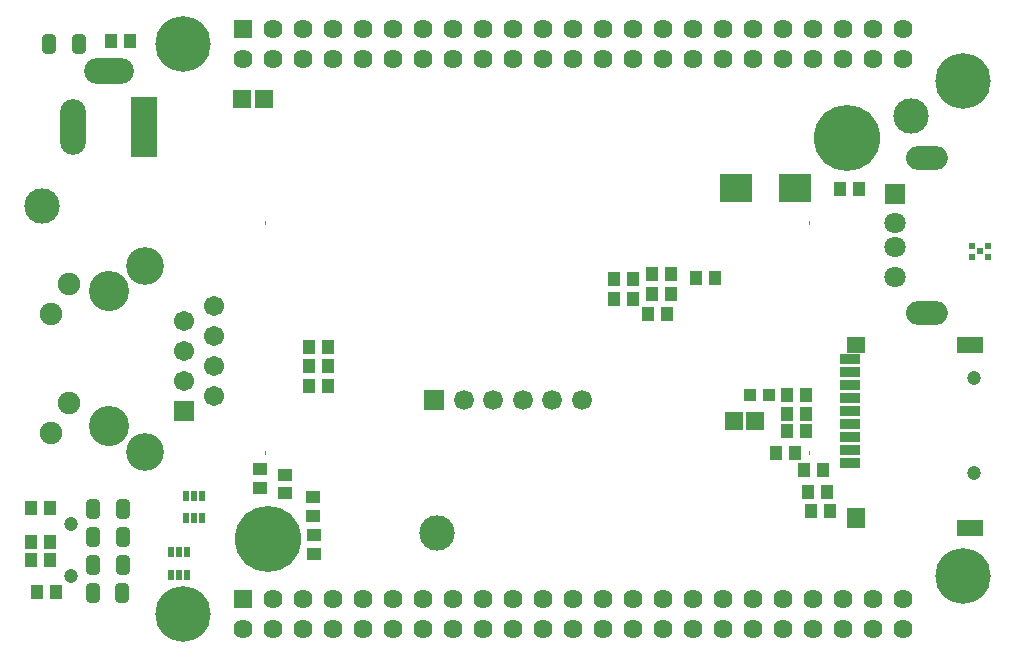
<source format=gbs>
%FSLAX43Y43*%
%MOMM*%
G71*
G01*
G75*
G04 Layer_Color=16711935*
%ADD10C,0.254*%
%ADD11C,0.200*%
%ADD12C,0.200*%
%ADD13R,1.000X0.900*%
%ADD14R,1.890X1.570*%
%ADD15O,0.400X1.600*%
%ADD16R,0.400X1.600*%
%ADD17R,0.800X0.800*%
%ADD18R,0.600X1.700*%
%ADD19R,1.000X1.000*%
%ADD20R,2.400X0.950*%
%ADD21R,2.400X3.300*%
%ADD22R,0.900X1.000*%
%ADD23R,0.914X0.813*%
%ADD24R,1.200X0.250*%
%ADD25R,2.000X1.450*%
%ADD26R,0.813X0.914*%
%ADD27O,1.200X0.250*%
%ADD28R,1.300X1.400*%
%ADD29R,1.650X0.300*%
%ADD30C,1.000*%
%ADD31R,3.000X1.500*%
%ADD32R,2.300X0.500*%
%ADD33C,0.350*%
%ADD34C,0.400*%
%ADD35C,1.000*%
%ADD36C,0.508*%
%ADD37C,0.800*%
%ADD38C,0.500*%
%ADD39C,0.305*%
%ADD40C,0.300*%
%ADD41R,1.700X2.100*%
%ADD42C,1.420*%
%ADD43R,1.420X1.420*%
%ADD44O,2.000X4.500*%
%ADD45R,2.000X5.000*%
%ADD46O,4.000X2.000*%
%ADD47C,1.700*%
%ADD48C,1.500*%
%ADD49R,1.500X1.500*%
%ADD50C,3.200*%
%ADD51C,3.000*%
%ADD52R,1.480X1.480*%
%ADD53C,1.480*%
%ADD54C,5.500*%
%ADD55C,4.500*%
%ADD56O,3.340X1.800*%
%ADD57R,1.600X1.600*%
%ADD58C,1.600*%
%ADD59C,0.800*%
%ADD60C,0.400*%
G04:AMPARAMS|DCode=61|XSize=1mm|YSize=1.5mm|CornerRadius=0.25mm|HoleSize=0mm|Usage=FLASHONLY|Rotation=180.000|XOffset=0mm|YOffset=0mm|HoleType=Round|Shape=RoundedRectangle|*
%AMROUNDEDRECTD61*
21,1,1.000,1.000,0,0,180.0*
21,1,0.500,1.500,0,0,180.0*
1,1,0.500,-0.250,0.500*
1,1,0.500,0.250,0.500*
1,1,0.500,0.250,-0.500*
1,1,0.500,-0.250,-0.500*
%
%ADD61ROUNDEDRECTD61*%
%ADD62R,2.200X1.200*%
%ADD63R,1.600X0.700*%
%ADD64R,1.400X1.200*%
%ADD65R,1.400X1.600*%
%ADD66R,0.400X0.650*%
%ADD67R,2.600X2.200*%
%ADD68R,1.700X1.600*%
%ADD69C,0.250*%
%ADD70C,0.100*%
%ADD71R,1.203X1.103*%
%ADD72R,2.093X1.773*%
%ADD73O,0.603X1.803*%
%ADD74R,0.603X1.803*%
%ADD75R,1.003X1.003*%
%ADD76R,0.803X1.903*%
%ADD77R,1.203X1.203*%
%ADD78R,2.603X1.153*%
%ADD79R,2.603X3.503*%
%ADD80R,1.103X1.203*%
%ADD81R,1.118X1.016*%
%ADD82R,1.240X0.290*%
%ADD83R,2.040X1.490*%
%ADD84R,1.016X1.118*%
%ADD85O,1.300X0.350*%
%ADD86R,1.503X1.603*%
%ADD87R,1.853X0.503*%
%ADD88C,3.000*%
%ADD89R,3.203X1.703*%
%ADD90R,2.503X0.703*%
%ADD91C,1.623*%
%ADD92R,1.623X1.623*%
%ADD93O,2.203X4.703*%
%ADD94R,2.203X5.203*%
%ADD95O,4.203X2.203*%
%ADD96C,1.903*%
%ADD97C,1.703*%
%ADD98R,1.703X1.703*%
%ADD99C,3.403*%
%ADD100C,3.203*%
%ADD101R,1.683X1.683*%
%ADD102C,1.683*%
%ADD103C,1.203*%
%ADD104C,5.600*%
%ADD105R,0.040X0.290*%
%ADD106C,4.703*%
%ADD107O,3.543X2.003*%
%ADD108R,1.803X1.803*%
%ADD109C,1.803*%
%ADD110C,0.603*%
G04:AMPARAMS|DCode=111|XSize=1.203mm|YSize=1.703mm|CornerRadius=0.352mm|HoleSize=0mm|Usage=FLASHONLY|Rotation=180.000|XOffset=0mm|YOffset=0mm|HoleType=Round|Shape=RoundedRectangle|*
%AMROUNDEDRECTD111*
21,1,1.203,1.000,0,0,180.0*
21,1,0.500,1.703,0,0,180.0*
1,1,0.703,-0.250,0.500*
1,1,0.703,0.250,0.500*
1,1,0.703,0.250,-0.500*
1,1,0.703,-0.250,-0.500*
%
%ADD111ROUNDEDRECTD111*%
%ADD112R,2.327X1.327*%
%ADD113R,1.727X0.827*%
%ADD114R,1.728X0.828*%
%ADD115R,1.527X1.327*%
%ADD116R,1.527X1.727*%
%ADD117R,0.603X0.853*%
%ADD118R,2.803X2.403*%
D71*
X83725Y70525D02*
D03*
Y68925D02*
D03*
X85877Y70066D02*
D03*
Y68466D02*
D03*
X88189Y68161D02*
D03*
Y66561D02*
D03*
X88265Y64910D02*
D03*
Y63310D02*
D03*
D80*
X132800Y94200D02*
D03*
X134400D02*
D03*
X129911Y75218D02*
D03*
X128311D02*
D03*
X129911Y73718D02*
D03*
X128311D02*
D03*
X129011Y71918D02*
D03*
X127411D02*
D03*
X131411Y70418D02*
D03*
X129811D02*
D03*
X131711Y68618D02*
D03*
X130111D02*
D03*
X65951Y67208D02*
D03*
X64351D02*
D03*
X65951Y64313D02*
D03*
X64351D02*
D03*
X66408Y60147D02*
D03*
X64808D02*
D03*
X65951Y62840D02*
D03*
X64351D02*
D03*
X71133Y106756D02*
D03*
X72733D02*
D03*
X132011Y67018D02*
D03*
X130411D02*
D03*
X129911Y76818D02*
D03*
X128311D02*
D03*
X115311Y86618D02*
D03*
X113711D02*
D03*
X118511Y87018D02*
D03*
X116911D02*
D03*
X122211Y86718D02*
D03*
X120611D02*
D03*
X115311Y84918D02*
D03*
X113711D02*
D03*
X118511Y85318D02*
D03*
X116911D02*
D03*
X118211Y83618D02*
D03*
X116611D02*
D03*
X87846Y80874D02*
D03*
X89446D02*
D03*
X87871Y79223D02*
D03*
X89471D02*
D03*
X87871Y77597D02*
D03*
X89471D02*
D03*
D84*
X125224Y76818D02*
D03*
X126798D02*
D03*
D86*
X123811Y74618D02*
D03*
X125611D02*
D03*
X84034Y101829D02*
D03*
X82234D02*
D03*
D88*
X138862Y100406D02*
D03*
X98730Y65126D02*
D03*
X65253Y92837D02*
D03*
D91*
X138176Y105283D02*
D03*
X135636D02*
D03*
X133096D02*
D03*
X130556D02*
D03*
X128016D02*
D03*
X125476D02*
D03*
X122936D02*
D03*
X120396D02*
D03*
X117856D02*
D03*
X115316D02*
D03*
X112776D02*
D03*
X110236D02*
D03*
X107696D02*
D03*
X105156D02*
D03*
X102616D02*
D03*
X100076D02*
D03*
X97536D02*
D03*
X94996D02*
D03*
X92456D02*
D03*
X89916D02*
D03*
X87376D02*
D03*
X84836D02*
D03*
X82296D02*
D03*
X138176Y107823D02*
D03*
X135636D02*
D03*
X133096D02*
D03*
X130556D02*
D03*
X128016D02*
D03*
X125476D02*
D03*
X122936D02*
D03*
X120396D02*
D03*
X117856D02*
D03*
X115316D02*
D03*
X112776D02*
D03*
X110236D02*
D03*
X107696D02*
D03*
X105156D02*
D03*
X102616D02*
D03*
X100076D02*
D03*
X97536D02*
D03*
X94996D02*
D03*
X92456D02*
D03*
X89916D02*
D03*
X87376D02*
D03*
X84836D02*
D03*
Y59563D02*
D03*
X87376D02*
D03*
X89916D02*
D03*
X92456D02*
D03*
X94996D02*
D03*
X97536D02*
D03*
X100076D02*
D03*
X102616D02*
D03*
X105156D02*
D03*
X107696D02*
D03*
X110236D02*
D03*
X112776D02*
D03*
X115316D02*
D03*
X117856D02*
D03*
X120396D02*
D03*
X122936D02*
D03*
X125476D02*
D03*
X128016D02*
D03*
X130556D02*
D03*
X133096D02*
D03*
X135636D02*
D03*
X138176D02*
D03*
X82296Y57023D02*
D03*
X84836D02*
D03*
X87376D02*
D03*
X89916D02*
D03*
X92456D02*
D03*
X94996D02*
D03*
X97536D02*
D03*
X100076D02*
D03*
X102616D02*
D03*
X105156D02*
D03*
X107696D02*
D03*
X110236D02*
D03*
X112776D02*
D03*
X115316D02*
D03*
X117856D02*
D03*
X120396D02*
D03*
X122936D02*
D03*
X125476D02*
D03*
X128016D02*
D03*
X130556D02*
D03*
X133096D02*
D03*
X135636D02*
D03*
X138176D02*
D03*
D92*
X82296Y107823D02*
D03*
Y59563D02*
D03*
D93*
X67914Y99517D02*
D03*
D94*
X73914D02*
D03*
D95*
X70914Y104217D02*
D03*
D96*
X66036Y83663D02*
D03*
X67556Y76093D02*
D03*
X66036Y73553D02*
D03*
X67556Y86203D02*
D03*
D97*
X79826Y76703D02*
D03*
X77286Y77973D02*
D03*
X79826Y79243D02*
D03*
X77286Y80513D02*
D03*
X79826Y81783D02*
D03*
X77286Y83053D02*
D03*
X79826Y84323D02*
D03*
D98*
X77286Y75433D02*
D03*
D99*
X70936Y85593D02*
D03*
Y74163D02*
D03*
D100*
X73986Y72003D02*
D03*
Y87753D02*
D03*
D101*
X98461Y76418D02*
D03*
D102*
X100961D02*
D03*
X103461D02*
D03*
X105961D02*
D03*
X108461D02*
D03*
X110961D02*
D03*
D103*
X144211Y70218D02*
D03*
Y78198D02*
D03*
X67730Y65899D02*
D03*
Y61499D02*
D03*
D104*
X84400Y64600D02*
D03*
X133400Y98600D02*
D03*
D105*
X84250Y91350D02*
D03*
Y71850D02*
D03*
X130250Y91350D02*
D03*
Y71850D02*
D03*
D106*
X77216Y58293D02*
D03*
Y106553D02*
D03*
X143256Y61468D02*
D03*
Y103378D02*
D03*
D107*
X140200Y83753D02*
D03*
Y96893D02*
D03*
D108*
X137490Y93823D02*
D03*
D109*
Y91323D02*
D03*
X137490Y86823D02*
D03*
X137490Y89323D02*
D03*
D110*
X145325Y89450D02*
D03*
Y88475D02*
D03*
X144025D02*
D03*
Y89450D02*
D03*
X144675Y88975D02*
D03*
D111*
X69596Y62408D02*
D03*
X72096D02*
D03*
X72071Y60020D02*
D03*
X69571D02*
D03*
X69621Y64795D02*
D03*
X72121D02*
D03*
Y67183D02*
D03*
X69621D02*
D03*
X68377Y106553D02*
D03*
X65877D02*
D03*
D112*
X143811Y81018D02*
D03*
Y65518D02*
D03*
D113*
X133711Y79818D02*
D03*
D114*
Y78718D02*
D03*
Y77618D02*
D03*
Y76518D02*
D03*
Y75418D02*
D03*
Y74318D02*
D03*
Y73218D02*
D03*
Y71018D02*
D03*
Y72118D02*
D03*
D115*
X134211Y81018D02*
D03*
D116*
Y66418D02*
D03*
D117*
X77480Y68260D02*
D03*
X78130D02*
D03*
X78780D02*
D03*
Y66360D02*
D03*
X78130D02*
D03*
X77480D02*
D03*
X77510Y61585D02*
D03*
X76860D02*
D03*
X76210D02*
D03*
Y63485D02*
D03*
X76860D02*
D03*
X77510D02*
D03*
D118*
X124025Y94300D02*
D03*
X129025D02*
D03*
M02*

</source>
